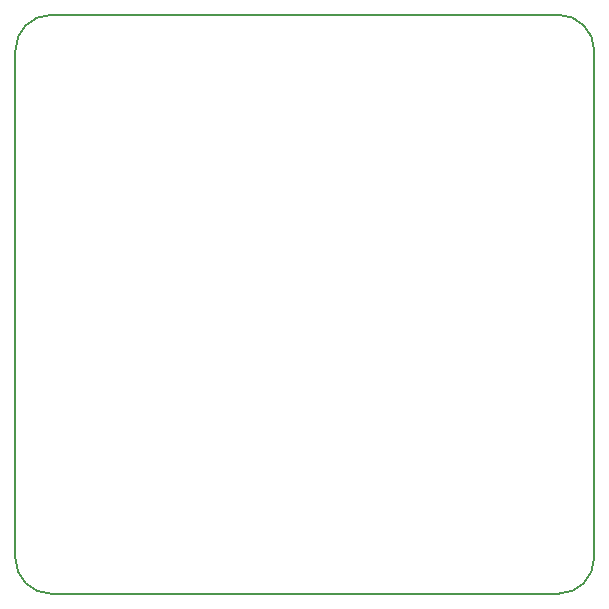
<source format=gbr>
G04 #@! TF.FileFunction,Profile,NP*
%FSLAX46Y46*%
G04 Gerber Fmt 4.6, Leading zero omitted, Abs format (unit mm)*
G04 Created by KiCad (PCBNEW 4.0.5) date 03/19/17 17:23:27*
%MOMM*%
%LPD*%
G01*
G04 APERTURE LIST*
%ADD10C,0.100000*%
%ADD11C,0.150000*%
G04 APERTURE END LIST*
D10*
D11*
X0Y-46000000D02*
X0Y-3000000D01*
X46000000Y-49000000D02*
X3000000Y-49000000D01*
X49000000Y-3000000D02*
X49000000Y-46000000D01*
X3000000Y0D02*
X46000000Y0D01*
X46000000Y-49000000D02*
G75*
G03X49000000Y-46000000I0J3000000D01*
G01*
X0Y-46000000D02*
G75*
G03X3000000Y-49000000I3000000J0D01*
G01*
X3000000Y0D02*
G75*
G03X0Y-3000000I0J-3000000D01*
G01*
X49000000Y-3000000D02*
G75*
G03X46000000Y0I-3000000J0D01*
G01*
M02*

</source>
